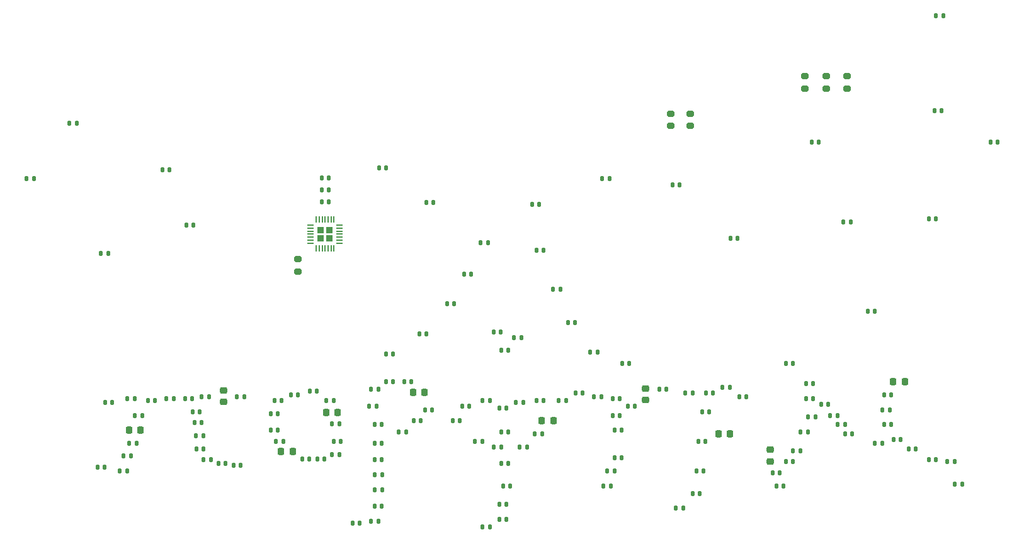
<source format=gtp>
G04 #@! TF.GenerationSoftware,KiCad,Pcbnew,6.0.2+dfsg-1*
G04 #@! TF.CreationDate,2023-12-26T19:09:34+01:00*
G04 #@! TF.ProjectId,vesuvius-badge-charlie,76657375-7669-4757-932d-62616467652d,rev?*
G04 #@! TF.SameCoordinates,Original*
G04 #@! TF.FileFunction,Paste,Top*
G04 #@! TF.FilePolarity,Positive*
%FSLAX46Y46*%
G04 Gerber Fmt 4.6, Leading zero omitted, Abs format (unit mm)*
G04 Created by KiCad (PCBNEW 6.0.2+dfsg-1) date 2023-12-26 19:09:34*
%MOMM*%
%LPD*%
G01*
G04 APERTURE LIST*
G04 Aperture macros list*
%AMRoundRect*
0 Rectangle with rounded corners*
0 $1 Rounding radius*
0 $2 $3 $4 $5 $6 $7 $8 $9 X,Y pos of 4 corners*
0 Add a 4 corners polygon primitive as box body*
4,1,4,$2,$3,$4,$5,$6,$7,$8,$9,$2,$3,0*
0 Add four circle primitives for the rounded corners*
1,1,$1+$1,$2,$3*
1,1,$1+$1,$4,$5*
1,1,$1+$1,$6,$7*
1,1,$1+$1,$8,$9*
0 Add four rect primitives between the rounded corners*
20,1,$1+$1,$2,$3,$4,$5,0*
20,1,$1+$1,$4,$5,$6,$7,0*
20,1,$1+$1,$6,$7,$8,$9,0*
20,1,$1+$1,$8,$9,$2,$3,0*%
G04 Aperture macros list end*
%ADD10RoundRect,0.147500X-0.147500X-0.172500X0.147500X-0.172500X0.147500X0.172500X-0.147500X0.172500X0*%
%ADD11RoundRect,0.218750X-0.218750X-0.256250X0.218750X-0.256250X0.218750X0.256250X-0.218750X0.256250X0*%
%ADD12RoundRect,0.218750X0.256250X-0.218750X0.256250X0.218750X-0.256250X0.218750X-0.256250X-0.218750X0*%
%ADD13RoundRect,0.218750X0.218750X0.256250X-0.218750X0.256250X-0.218750X-0.256250X0.218750X-0.256250X0*%
%ADD14RoundRect,0.232500X-0.232500X0.232500X-0.232500X-0.232500X0.232500X-0.232500X0.232500X0.232500X0*%
%ADD15RoundRect,0.050000X-0.050000X0.362500X-0.050000X-0.362500X0.050000X-0.362500X0.050000X0.362500X0*%
%ADD16RoundRect,0.050000X-0.362500X0.050000X-0.362500X-0.050000X0.362500X-0.050000X0.362500X0.050000X0*%
%ADD17RoundRect,0.147500X0.147500X0.172500X-0.147500X0.172500X-0.147500X-0.172500X0.147500X-0.172500X0*%
%ADD18RoundRect,0.200000X-0.275000X0.200000X-0.275000X-0.200000X0.275000X-0.200000X0.275000X0.200000X0*%
%ADD19RoundRect,0.140000X0.140000X0.170000X-0.140000X0.170000X-0.140000X-0.170000X0.140000X-0.170000X0*%
%ADD20RoundRect,0.200000X0.275000X-0.200000X0.275000X0.200000X-0.275000X0.200000X-0.275000X-0.200000X0*%
G04 APERTURE END LIST*
D10*
X243530000Y-55250000D03*
X244500000Y-55250000D03*
D11*
X155462500Y-114000000D03*
X157037500Y-114000000D03*
D12*
X221250000Y-115287500D03*
X221250000Y-113712500D03*
D11*
X190512500Y-109850000D03*
X192087500Y-109850000D03*
D13*
X136602500Y-111100000D03*
X135027500Y-111100000D03*
D11*
X161527500Y-108750000D03*
X163102500Y-108750000D03*
X214262500Y-111600000D03*
X215837500Y-111600000D03*
X173212500Y-106000000D03*
X174787500Y-106000000D03*
D12*
X147750000Y-107287500D03*
X147750000Y-105712500D03*
D11*
X237777500Y-104600000D03*
X239352500Y-104600000D03*
D12*
X204500000Y-107037500D03*
X204500000Y-105462500D03*
D10*
X145065000Y-115100000D03*
X146035000Y-115100000D03*
X189580000Y-111600000D03*
X190550000Y-111600000D03*
X172050000Y-104600000D03*
X173020000Y-104600000D03*
X171315000Y-111350000D03*
X172285000Y-111350000D03*
X168080000Y-119100000D03*
X169050000Y-119100000D03*
D14*
X161975000Y-85275000D03*
X161975000Y-84125000D03*
X160825000Y-84125000D03*
X160825000Y-85275000D03*
D15*
X162600000Y-82762500D03*
X162200000Y-82762500D03*
X161800000Y-82762500D03*
X161400000Y-82762500D03*
X161000000Y-82762500D03*
X160600000Y-82762500D03*
X160200000Y-82762500D03*
D16*
X159462500Y-83500000D03*
X159462500Y-83900000D03*
X159462500Y-84300000D03*
X159462500Y-84700000D03*
X159462500Y-85100000D03*
X159462500Y-85500000D03*
X159462500Y-85900000D03*
D15*
X160200000Y-86637500D03*
X160600000Y-86637500D03*
X161000000Y-86637500D03*
X161400000Y-86637500D03*
X161800000Y-86637500D03*
X162200000Y-86637500D03*
X162600000Y-86637500D03*
D16*
X163337500Y-85900000D03*
X163337500Y-85500000D03*
X163337500Y-85100000D03*
X163337500Y-84700000D03*
X163337500Y-84300000D03*
X163337500Y-83900000D03*
X163337500Y-83500000D03*
D17*
X140485000Y-76050000D03*
X139515000Y-76050000D03*
D10*
X149065000Y-115850000D03*
X150035000Y-115850000D03*
D18*
X207900000Y-68475000D03*
X207900000Y-70125000D03*
X210450000Y-68475000D03*
X210450000Y-70125000D03*
D10*
X198815000Y-118600000D03*
X199785000Y-118600000D03*
X236565000Y-110350000D03*
X237535000Y-110350000D03*
X217080000Y-106600000D03*
X218050000Y-106600000D03*
X184050000Y-97850000D03*
X185020000Y-97850000D03*
X225315000Y-111350000D03*
X226285000Y-111350000D03*
X197050000Y-100600000D03*
X198020000Y-100600000D03*
X160365000Y-115000000D03*
X161335000Y-115000000D03*
X239830000Y-113600000D03*
X240800000Y-113600000D03*
X214815000Y-105350000D03*
X215785000Y-105350000D03*
X201300000Y-102100000D03*
X202270000Y-102100000D03*
X223315000Y-102100000D03*
X224285000Y-102100000D03*
D17*
X135785000Y-106850000D03*
X134815000Y-106850000D03*
D10*
X184815000Y-121100000D03*
X185785000Y-121100000D03*
X143565000Y-108600000D03*
X144535000Y-108600000D03*
X199315000Y-116600000D03*
X200285000Y-116600000D03*
X185330000Y-118600000D03*
X186300000Y-118600000D03*
X189230000Y-80650000D03*
X190200000Y-80650000D03*
X180065000Y-90100000D03*
X181035000Y-90100000D03*
X192815000Y-107100000D03*
X193785000Y-107100000D03*
X127015000Y-69750000D03*
X127985000Y-69750000D03*
X200050000Y-109100000D03*
X201020000Y-109100000D03*
X235315000Y-112850000D03*
X236285000Y-112850000D03*
X174050000Y-98100000D03*
X175020000Y-98100000D03*
X242565000Y-82600000D03*
X243535000Y-82600000D03*
X208550000Y-121600000D03*
X209520000Y-121600000D03*
X184830000Y-108100000D03*
X185800000Y-108100000D03*
X231065000Y-83100000D03*
X232035000Y-83100000D03*
X147065000Y-115600000D03*
X148035000Y-115600000D03*
D17*
X163285000Y-110250000D03*
X162315000Y-110250000D03*
X135285000Y-114600000D03*
X134315000Y-114600000D03*
D10*
X222065000Y-118600000D03*
X223035000Y-118600000D03*
X231315000Y-111600000D03*
X232285000Y-111600000D03*
X182315000Y-85850000D03*
X183285000Y-85850000D03*
D19*
X161880000Y-77100000D03*
X160920000Y-77100000D03*
D10*
X187565000Y-113350000D03*
X188535000Y-113350000D03*
X209815000Y-106100000D03*
X210785000Y-106100000D03*
D17*
X132235000Y-87300000D03*
X131265000Y-87300000D03*
D10*
X156800000Y-106350000D03*
X157770000Y-106350000D03*
X158315000Y-115000000D03*
X159285000Y-115000000D03*
X245065000Y-115350000D03*
X246035000Y-115350000D03*
X229300000Y-109100000D03*
X230270000Y-109100000D03*
X186815000Y-98600000D03*
X187785000Y-98600000D03*
X200050000Y-106850000D03*
X201020000Y-106850000D03*
X200315000Y-114850000D03*
X201285000Y-114850000D03*
X144065000Y-113600000D03*
X145035000Y-113600000D03*
D17*
X136035000Y-112850000D03*
X135065000Y-112850000D03*
D10*
X144050000Y-111850000D03*
X145020000Y-111850000D03*
X173315000Y-109850000D03*
X174285000Y-109850000D03*
X169565000Y-100850000D03*
X170535000Y-100850000D03*
X221550000Y-116850000D03*
X222520000Y-116850000D03*
X161565000Y-107100000D03*
X162535000Y-107100000D03*
X206315000Y-105600000D03*
X207285000Y-105600000D03*
X211300000Y-116600000D03*
X212270000Y-116600000D03*
X162315000Y-114350000D03*
X163285000Y-114350000D03*
X182565000Y-107100000D03*
X183535000Y-107100000D03*
X208115000Y-78050000D03*
X209085000Y-78050000D03*
X167565000Y-105600000D03*
X168535000Y-105600000D03*
X140065000Y-106850000D03*
X141035000Y-106850000D03*
X162550000Y-112600000D03*
X163520000Y-112600000D03*
X243300000Y-68100000D03*
X244270000Y-68100000D03*
X184800000Y-123100000D03*
X185770000Y-123100000D03*
X194050000Y-96600000D03*
X195020000Y-96600000D03*
X226815000Y-72350000D03*
X227785000Y-72350000D03*
X195050000Y-106100000D03*
X196020000Y-106100000D03*
D17*
X121265000Y-77250000D03*
X122235000Y-77250000D03*
D10*
X230330000Y-110350000D03*
X231300000Y-110350000D03*
D17*
X131785000Y-116100000D03*
X130815000Y-116100000D03*
D19*
X161880000Y-78725000D03*
X160920000Y-78725000D03*
D10*
X226065000Y-106850000D03*
X227035000Y-106850000D03*
X168050000Y-112850000D03*
X169020000Y-112850000D03*
X184080000Y-113350000D03*
X185050000Y-113350000D03*
D20*
X231600000Y-65087500D03*
X231600000Y-63437500D03*
D10*
X167565000Y-123350000D03*
X168535000Y-123350000D03*
X154065000Y-111100000D03*
X155035000Y-111100000D03*
X168050000Y-121350000D03*
X169020000Y-121350000D03*
X187050000Y-107350000D03*
X188020000Y-107350000D03*
X198665000Y-77250000D03*
X199635000Y-77250000D03*
X143815000Y-110100000D03*
X144785000Y-110100000D03*
X246065000Y-118350000D03*
X247035000Y-118350000D03*
X236315000Y-108350000D03*
X237285000Y-108350000D03*
X226065000Y-104850000D03*
X227035000Y-104850000D03*
X174982500Y-80450000D03*
X175952500Y-80450000D03*
X185080000Y-115600000D03*
X186050000Y-115600000D03*
X224300000Y-113850000D03*
X225270000Y-113850000D03*
X154065000Y-108850000D03*
X155035000Y-108850000D03*
X236550000Y-106350000D03*
X237520000Y-106350000D03*
D19*
X161880000Y-80350000D03*
X160920000Y-80350000D03*
D17*
X169035000Y-115100000D03*
X168065000Y-115100000D03*
D10*
X242565000Y-115100000D03*
X243535000Y-115100000D03*
X177800000Y-94100000D03*
X178770000Y-94100000D03*
X250830000Y-72350000D03*
X251800000Y-72350000D03*
D17*
X136800000Y-109100000D03*
X135830000Y-109100000D03*
D10*
X168050000Y-110350000D03*
X169020000Y-110350000D03*
X212065000Y-108600000D03*
X213035000Y-108600000D03*
X192065000Y-92100000D03*
X193035000Y-92100000D03*
X182565000Y-124100000D03*
X183535000Y-124100000D03*
X167315000Y-107850000D03*
X168285000Y-107850000D03*
X159330000Y-105850000D03*
X160300000Y-105850000D03*
X181565000Y-112600000D03*
X182535000Y-112600000D03*
D18*
X157750000Y-88100000D03*
X157750000Y-89750000D03*
D10*
X154815000Y-112600000D03*
X155785000Y-112600000D03*
X169565000Y-104600000D03*
X170535000Y-104600000D03*
X200300000Y-111100000D03*
X201270000Y-111100000D03*
X226330000Y-109350000D03*
X227300000Y-109350000D03*
X154565000Y-107100000D03*
X155535000Y-107100000D03*
X215880000Y-85300000D03*
X216850000Y-85300000D03*
X178550000Y-109850000D03*
X179520000Y-109850000D03*
X234330000Y-95100000D03*
X235300000Y-95100000D03*
X174815000Y-108350000D03*
X175785000Y-108350000D03*
X228065000Y-107600000D03*
X229035000Y-107600000D03*
D17*
X143685000Y-83450000D03*
X142715000Y-83450000D03*
D10*
X179815000Y-107850000D03*
X180785000Y-107850000D03*
X144815000Y-106600000D03*
X145785000Y-106600000D03*
X223315000Y-115350000D03*
X224285000Y-115350000D03*
D20*
X228750000Y-65087500D03*
X228750000Y-63437500D03*
D17*
X134785000Y-116600000D03*
X133815000Y-116600000D03*
D20*
X225900000Y-65087500D03*
X225900000Y-63437500D03*
D10*
X189815000Y-86850000D03*
X190785000Y-86850000D03*
X202080000Y-107850000D03*
X203050000Y-107850000D03*
X212565000Y-106100000D03*
X213535000Y-106100000D03*
X197565000Y-106600000D03*
X198535000Y-106600000D03*
X149550000Y-106600000D03*
X150520000Y-106600000D03*
X168080000Y-117100000D03*
X169050000Y-117100000D03*
X185065000Y-100350000D03*
X186035000Y-100350000D03*
X185065000Y-111350000D03*
X186035000Y-111350000D03*
X237830000Y-112350000D03*
X238800000Y-112350000D03*
D17*
X132785000Y-107350000D03*
X131815000Y-107350000D03*
D10*
X137550000Y-107100000D03*
X138520000Y-107100000D03*
X210815000Y-119600000D03*
X211785000Y-119600000D03*
X165080000Y-123600000D03*
X166050000Y-123600000D03*
X189815000Y-107100000D03*
X190785000Y-107100000D03*
X211565000Y-112600000D03*
X212535000Y-112600000D03*
X168630000Y-75750000D03*
X169600000Y-75750000D03*
X142565000Y-106850000D03*
X143535000Y-106850000D03*
M02*

</source>
